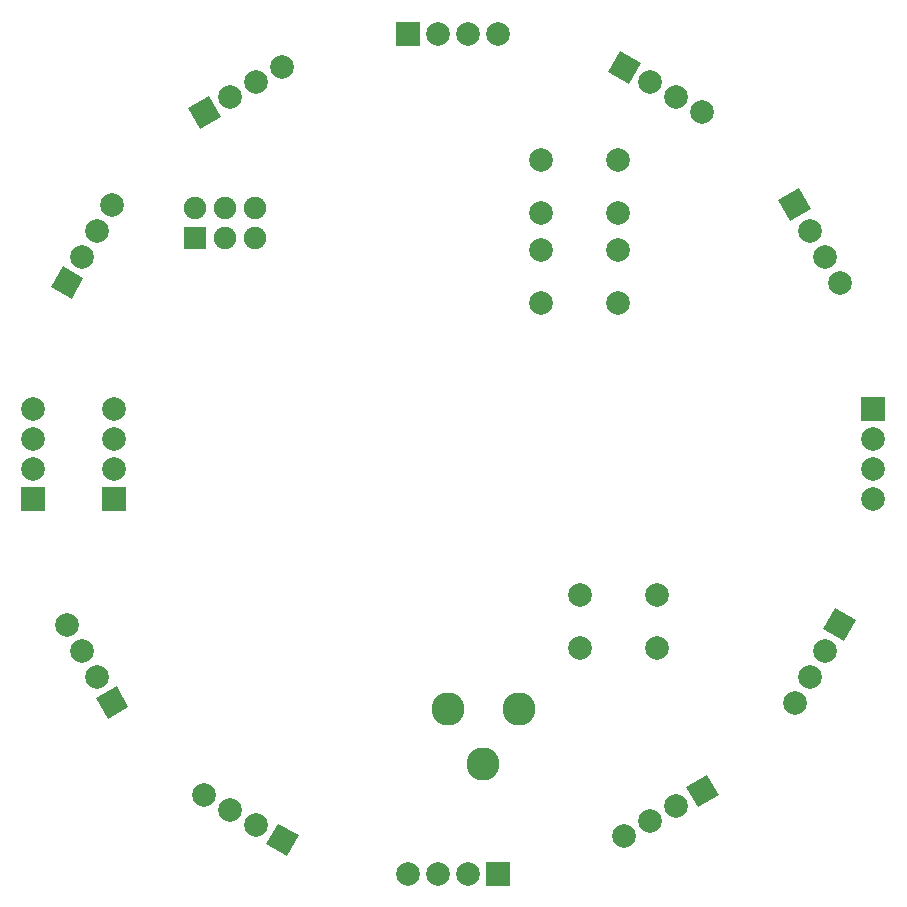
<source format=gbs>
G04 (created by PCBNEW (2013-07-07 BZR 4022)-stable) date 10/7/2013 10:29:13 PM*
%MOIN*%
G04 Gerber Fmt 3.4, Leading zero omitted, Abs format*
%FSLAX34Y34*%
G01*
G70*
G90*
G04 APERTURE LIST*
%ADD10C,0.006*%
%ADD11C,0.0788661*%
%ADD12R,0.0788661X0.0788661*%
%ADD13C,0.110362*%
%ADD14R,0.0749291X0.0749291*%
%ADD15C,0.0749291*%
G04 APERTURE END LIST*
G54D10*
G54D11*
X19220Y8514D03*
X21779Y8514D03*
X19220Y10285D03*
X21779Y10285D03*
G54D10*
G36*
X23443Y4288D02*
X23837Y3605D01*
X23154Y3211D01*
X22760Y3894D01*
X23443Y4288D01*
X23443Y4288D01*
G37*
G54D11*
X22433Y3250D03*
X21566Y2750D03*
X20700Y2250D03*
G54D10*
G36*
X6556Y25831D02*
X6162Y26514D01*
X6845Y26908D01*
X7239Y26225D01*
X6556Y25831D01*
X6556Y25831D01*
G37*
G54D11*
X7566Y26870D03*
X8433Y27370D03*
X9299Y27870D03*
G54D10*
G36*
X2274Y20162D02*
X1591Y20556D01*
X1985Y21239D01*
X2668Y20845D01*
X2274Y20162D01*
X2274Y20162D01*
G37*
G54D11*
X2630Y21566D03*
X3130Y22433D03*
X3630Y23299D03*
G54D12*
X1000Y13500D03*
G54D11*
X1000Y14500D03*
X1000Y15500D03*
X1000Y16500D03*
G54D10*
G36*
X4168Y6556D02*
X3485Y6162D01*
X3091Y6845D01*
X3774Y7239D01*
X4168Y6556D01*
X4168Y6556D01*
G37*
G54D11*
X3130Y7566D03*
X2630Y8433D03*
X2130Y9299D03*
G54D10*
G36*
X9837Y2274D02*
X9443Y1591D01*
X8760Y1985D01*
X9154Y2668D01*
X9837Y2274D01*
X9837Y2274D01*
G37*
G54D11*
X8433Y2630D03*
X7566Y3130D03*
X6700Y3630D03*
G54D12*
X16500Y1000D03*
G54D11*
X15500Y1000D03*
X14500Y1000D03*
X13500Y1000D03*
G54D10*
G36*
X27725Y9837D02*
X28408Y9443D01*
X28014Y8760D01*
X27331Y9154D01*
X27725Y9837D01*
X27725Y9837D01*
G37*
G54D11*
X27370Y8433D03*
X26870Y7566D03*
X26370Y6700D03*
G54D12*
X29000Y16500D03*
G54D11*
X29000Y15500D03*
X29000Y14500D03*
X29000Y13500D03*
G54D10*
G36*
X25831Y23443D02*
X26514Y23837D01*
X26908Y23154D01*
X26225Y22760D01*
X25831Y23443D01*
X25831Y23443D01*
G37*
G54D11*
X26870Y22433D03*
X27370Y21566D03*
X27870Y20700D03*
G54D10*
G36*
X20162Y27725D02*
X20556Y28408D01*
X21239Y28014D01*
X20845Y27331D01*
X20162Y27725D01*
X20162Y27725D01*
G37*
G54D11*
X21566Y27370D03*
X22433Y26870D03*
X23299Y26370D03*
G54D12*
X13500Y29000D03*
G54D11*
X14500Y29000D03*
X15500Y29000D03*
X16500Y29000D03*
G54D13*
X17181Y6500D03*
X14818Y6500D03*
X16000Y4649D03*
G54D14*
X6400Y22200D03*
G54D15*
X6400Y23200D03*
X7400Y22200D03*
X7400Y23200D03*
X8400Y22200D03*
X8400Y23200D03*
G54D11*
X17920Y23014D03*
X20479Y23014D03*
X17920Y24785D03*
X20479Y24785D03*
X17920Y20014D03*
X20479Y20014D03*
X17920Y21785D03*
X20479Y21785D03*
G54D12*
X3700Y13500D03*
G54D11*
X3700Y14500D03*
X3700Y15500D03*
X3700Y16500D03*
M02*

</source>
